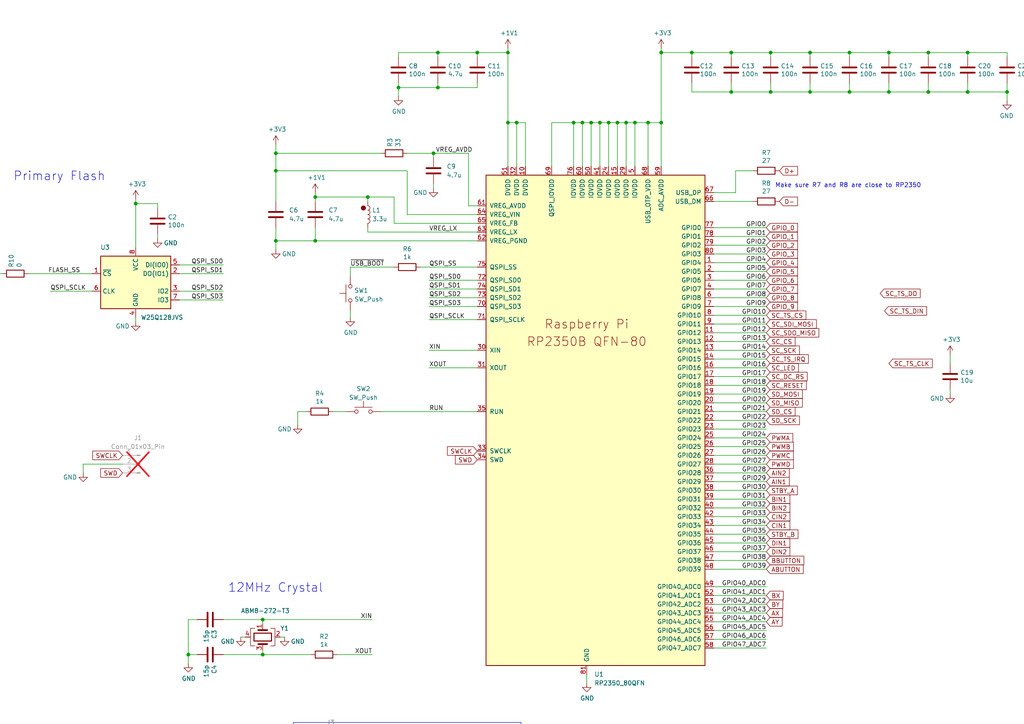
<source format=kicad_sch>
(kicad_sch (version 20231120) (generator "eeschema") (generator_version "8.0")
  (paper "A4")
  (junction (at 222.25 238.76))
  (junction (at 91.44 69.85))
  (junction (at 177.8 240.03))
  (junction (at 269.24 15.24))
  (junction (at 80.01 69.85))
  (junction (at 177.8 232.41))
  (junction (at 71.12 224.79))
  (junction (at 191.77 35.56))
  (junction (at 222.25 241.3))
  (junction (at 177.8 229.87))
  (junction (at 166.37 35.56))
  (junction (at 292.1 26.67))
  (junction (at 147.32 35.56))
  (junction (at 71.12 227.33))
  (junction (at 127 25.4))
  (junction (at 222.25 243.84))
  (junction (at 191.77 15.24))
  (junction (at 168.91 35.56))
  (junction (at 71.12 229.87))
  (junction (at 234.95 226.06))
  (junction (at 222.25 246.38))
  (junction (at 177.8 237.49))
  (junction (at 54.61 189.865))
  (junction (at 234.95 246.38))
  (junction (at 223.52 26.67))
  (junction (at 234.95 26.67))
  (junction (at 177.8 234.95))
  (junction (at 71.12 232.41))
  (junction (at 181.61 35.56))
  (junction (at 71.12 242.57))
  (junction (at 234.95 243.84))
  (junction (at 127 15.24))
  (junction (at 179.07 35.56))
  (junction (at 200.66 15.24))
  (junction (at 280.67 26.67))
  (junction (at 71.12 252.73))
  (junction (at 80.01 44.45))
  (junction (at 222.25 231.14))
  (junction (at 71.12 255.27))
  (junction (at 71.12 245.11))
  (junction (at 257.81 26.67))
  (junction (at 176.53 35.56))
  (junction (at 212.09 15.24))
  (junction (at 39.37 59.055))
  (junction (at 171.45 35.56))
  (junction (at 71.12 234.95))
  (junction (at 234.95 15.24))
  (junction (at 125.73 44.45))
  (junction (at 71.12 240.03))
  (junction (at 177.8 242.57))
  (junction (at 147.32 15.24))
  (junction (at 222.25 228.6))
  (junction (at 184.15 35.56))
  (junction (at 234.95 241.3))
  (junction (at 269.24 26.67))
  (junction (at 280.67 15.24))
  (junction (at 234.95 238.76))
  (junction (at 76.2 179.705))
  (junction (at 71.12 250.19))
  (junction (at 138.43 15.24))
  (junction (at 212.09 26.67))
  (junction (at 76.2 189.865))
  (junction (at 234.95 228.6))
  (junction (at 177.8 245.11))
  (junction (at 246.38 15.24))
  (junction (at 177.8 224.79))
  (junction (at 106.68 57.15))
  (junction (at 234.95 231.14))
  (junction (at 222.25 226.06))
  (junction (at 246.38 26.67))
  (junction (at 71.12 247.65))
  (junction (at 234.95 223.52))
  (junction (at 149.86 35.56))
  (junction (at 257.81 15.24))
  (junction (at 187.96 35.56))
  (junction (at 91.44 57.15))
  (junction (at 71.12 237.49))
  (junction (at 222.25 236.22))
  (junction (at 223.52 15.24))
  (junction (at 173.99 35.56))
  (junction (at 222.25 233.68))
  (junction (at 115.57 25.4))
  (junction (at 177.8 227.33))
  (junction (at 80.01 49.53))
  (wire (pts (xy 191.77 242.57) (xy 204.47 242.57)))
  (wire (pts (xy 207.01 93.98) (xy 222.25 93.98)))
  (wire (pts (xy 80.01 66.04) (xy 80.01 69.85)))
  (wire (pts (xy 234.95 226.06) (xy 234.95 228.6)))
  (wire (pts (xy 113.03 219.71) (xy 100.33 219.71)))
  (wire (pts (xy 207.01 86.36) (xy 222.25 86.36)))
  (wire (pts (xy 127 15.24) (xy 138.43 15.24)))
  (wire (pts (xy 80.01 49.53) (xy 118.11 49.53)))
  (wire (pts (xy 177.8 224.79) (xy 177.8 227.33)))
  (wire (pts (xy 246.38 16.51) (xy 246.38 15.24)))
  (wire (pts (xy 246.38 24.13) (xy 246.38 26.67)))
  (wire (pts (xy 207.01 83.82) (xy 222.25 83.82)))
  (wire (pts (xy 80.01 69.85) (xy 80.01 72.39)))
  (wire (pts (xy 177.8 227.33) (xy 177.8 229.87)))
  (wire (pts (xy 200.66 15.24) (xy 212.09 15.24)))
  (wire (pts (xy 179.07 35.56) (xy 181.61 35.56)))
  (wire (pts (xy 127 16.51) (xy 127 15.24)))
  (wire (pts (xy 138.43 92.71) (xy 124.46 92.71)))
  (wire (pts (xy 127 25.4) (xy 138.43 25.4)))
  (wire (pts (xy 115.57 24.13) (xy 115.57 25.4)))
  (wire (pts (xy 207.01 55.88) (xy 213.36 55.88)))
  (wire (pts (xy 207.01 187.96) (xy 222.25 187.96)))
  (wire (pts (xy 177.8 232.41) (xy 177.8 234.95)))
  (wire (pts (xy 207.01 185.42) (xy 222.25 185.42)))
  (wire (pts (xy 257.81 16.51) (xy 257.81 15.24)))
  (wire (pts (xy 177.8 240.03) (xy 177.8 242.57)))
  (wire (pts (xy 207.01 172.72) (xy 222.25 172.72)))
  (wire (pts (xy 64.77 189.865) (xy 76.2 189.865)))
  (wire (pts (xy 114.3 57.15) (xy 106.68 57.15)))
  (wire (pts (xy 234.95 16.51) (xy 234.95 15.24)))
  (wire (pts (xy 118.11 44.45) (xy 125.73 44.45)))
  (wire (pts (xy 71.12 245.11) (xy 71.12 247.65)))
  (wire (pts (xy 80.01 44.45) (xy 110.49 44.45)))
  (wire (pts (xy 234.95 24.13) (xy 234.95 26.67)))
  (wire (pts (xy 125.73 44.45) (xy 135.89 44.45)))
  (wire (pts (xy 207.01 66.04) (xy 222.25 66.04)))
  (wire (pts (xy 207.01 152.4) (xy 222.25 152.4)))
  (wire (pts (xy 171.45 48.26) (xy 171.45 35.56)))
  (wire (pts (xy 207.01 139.7) (xy 222.25 139.7)))
  (wire (pts (xy 191.77 35.56) (xy 191.77 48.26)))
  (wire (pts (xy 101.6 77.47) (xy 101.6 80.01)))
  (wire (pts (xy 184.15 35.56) (xy 184.15 48.26)))
  (wire (pts (xy 160.02 48.26) (xy 160.02 35.56)))
  (wire (pts (xy 177.8 229.87) (xy 177.8 232.41)))
  (wire (pts (xy 39.37 57.785) (xy 39.37 59.055)))
  (wire (pts (xy 234.95 223.52) (xy 234.95 226.06)))
  (wire (pts (xy 24.13 134.62) (xy 24.13 137.16)))
  (wire (pts (xy 234.95 238.76) (xy 234.95 241.3)))
  (wire (pts (xy 269.24 15.24) (xy 280.67 15.24)))
  (wire (pts (xy 280.67 26.67) (xy 269.24 26.67)))
  (wire (pts (xy 173.99 35.56) (xy 176.53 35.56)))
  (wire (pts (xy 207.01 114.3) (xy 222.25 114.3)))
  (wire (pts (xy 246.38 26.67) (xy 234.95 26.67)))
  (wire (pts (xy 280.67 24.13) (xy 280.67 26.67)))
  (wire (pts (xy 147.32 15.24) (xy 147.32 35.56)))
  (wire (pts (xy 168.91 35.56) (xy 171.45 35.56)))
  (wire (pts (xy 118.11 49.53) (xy 118.11 62.23)))
  (wire (pts (xy 222.25 233.68) (xy 222.25 236.22)))
  (wire (pts (xy 222.25 243.84) (xy 222.25 246.38)))
  (wire (pts (xy 207.01 96.52) (xy 222.25 96.52)))
  (wire (pts (xy 173.99 48.26) (xy 173.99 35.56)))
  (wire (pts (xy 81.28 184.785) (xy 82.55 184.785)))
  (wire (pts (xy 191.77 227.33) (xy 204.47 227.33)))
  (wire (pts (xy 171.45 35.56) (xy 173.99 35.56)))
  (wire (pts (xy 71.12 222.25) (xy 71.12 224.79)))
  (wire (pts (xy 234.95 228.6) (xy 234.95 231.14)))
  (wire (pts (xy 207.01 134.62) (xy 222.25 134.62)))
  (wire (pts (xy 88.9 119.38) (xy 86.36 119.38)))
  (wire (pts (xy 222.25 223.52) (xy 222.25 226.06)))
  (wire (pts (xy 246.38 15.24) (xy 257.81 15.24)))
  (wire (pts (xy 212.09 15.24) (xy 223.52 15.24)))
  (wire (pts (xy 80.01 69.85) (xy 91.44 69.85)))
  (wire (pts (xy 207.01 111.76) (xy 222.25 111.76)))
  (wire (pts (xy 71.12 242.57) (xy 71.12 245.11)))
  (wire (pts (xy 106.68 67.31) (xy 138.43 67.31)))
  (wire (pts (xy 177.8 242.57) (xy 177.8 245.11)))
  (wire (pts (xy 212.09 24.13) (xy 212.09 26.67)))
  (wire (pts (xy 57.15 189.865) (xy 54.61 189.865)))
  (wire (pts (xy 207.01 88.9) (xy 222.25 88.9)))
  (wire (pts (xy 207.01 137.16) (xy 222.25 137.16)))
  (wire (pts (xy 52.07 86.995) (xy 64.77 86.995)))
  (wire (pts (xy 91.44 55.88) (xy 91.44 57.15)))
  (wire (pts (xy 121.92 77.47) (xy 138.43 77.47)))
  (wire (pts (xy 115.57 16.51) (xy 115.57 15.24)))
  (wire (pts (xy 125.73 54.61) (xy 125.73 53.34)))
  (wire (pts (xy 106.68 67.31) (xy 106.68 66.04)))
  (wire (pts (xy 125.73 44.45) (xy 125.73 45.72)))
  (wire (pts (xy 181.61 35.56) (xy 184.15 35.56)))
  (wire (pts (xy 222.25 246.38) (xy 223.52 246.38)))
  (wire (pts (xy 207.01 147.32) (xy 222.25 147.32)))
  (wire (pts (xy 54.61 189.865) (xy 54.61 192.405)))
  (wire (pts (xy 39.37 92.075) (xy 39.37 93.345)))
  (wire (pts (xy 207.01 109.22) (xy 222.25 109.22)))
  (wire (pts (xy 71.12 224.79) (xy 71.12 227.33)))
  (wire (pts (xy 147.32 35.56) (xy 147.32 48.26)))
  (wire (pts (xy 114.3 64.77) (xy 114.3 57.15)))
  (wire (pts (xy 207.01 157.48) (xy 222.25 157.48)))
  (wire (pts (xy 69.85 184.785) (xy 71.12 184.785)))
  (wire (pts (xy 207.01 170.18) (xy 222.25 170.18)))
  (wire (pts (xy 207.01 71.12) (xy 222.25 71.12)))
  (wire (pts (xy 207.01 129.54) (xy 222.25 129.54)))
  (wire (pts (xy 191.77 232.41) (xy 204.47 232.41)))
  (wire (pts (xy 207.01 78.74) (xy 222.25 78.74)))
  (wire (pts (xy 39.37 59.055) (xy 39.37 71.755)))
  (wire (pts (xy 100.33 224.79) (xy 115.57 224.79)))
  (wire (pts (xy 191.77 224.79) (xy 204.47 224.79)))
  (wire (pts (xy 115.57 25.4) (xy 115.57 27.94)))
  (wire (pts (xy 176.53 35.56) (xy 179.07 35.56)))
  (wire (pts (xy 207.01 81.28) (xy 222.25 81.28)))
  (wire (pts (xy 127 24.13) (xy 127 25.4)))
  (wire (pts (xy 280.67 15.24) (xy 292.1 15.24)))
  (wire (pts (xy 223.52 16.51) (xy 223.52 15.24)))
  (wire (pts (xy 64.77 179.705) (xy 76.2 179.705)))
  (wire (pts (xy 52.07 84.455) (xy 64.77 84.455)))
  (wire (pts (xy 124.46 101.6) (xy 138.43 101.6)))
  (wire (pts (xy 222.25 238.76) (xy 222.25 241.3)))
  (wire (pts (xy 170.18 195.58) (xy 170.18 198.12)))
  (wire (pts (xy 191.77 240.03) (xy 204.47 240.03)))
  (wire (pts (xy 124.46 86.36) (xy 138.43 86.36)))
  (wire (pts (xy 71.12 234.95) (xy 71.12 237.49)))
  (wire (pts (xy 54.61 179.705) (xy 54.61 189.865)))
  (wire (pts (xy 152.4 35.56) (xy 152.4 48.26)))
  (wire (pts (xy 177.8 222.25) (xy 177.8 224.79)))
  (wire (pts (xy 166.37 48.26) (xy 166.37 35.56)))
  (wire (pts (xy 234.95 241.3) (xy 234.95 243.84)))
  (wire (pts (xy 222.25 236.22) (xy 222.25 238.76)))
  (wire (pts (xy 115.57 15.24) (xy 127 15.24)))
  (wire (pts (xy 207.01 106.68) (xy 222.25 106.68)))
  (wire (pts (xy 14.605 84.455) (xy 26.67 84.455)))
  (wire (pts (xy 45.72 59.055) (xy 39.37 59.055)))
  (wire (pts (xy 207.01 144.78) (xy 222.25 144.78)))
  (wire (pts (xy 292.1 16.51) (xy 292.1 15.24)))
  (wire (pts (xy 124.46 81.28) (xy 138.43 81.28)))
  (wire (pts (xy 191.77 229.87) (xy 204.47 229.87)))
  (wire (pts (xy 213.36 49.53) (xy 213.36 55.88)))
  (wire (pts (xy 269.24 24.13) (xy 269.24 26.67)))
  (wire (pts (xy 191.77 13.97) (xy 191.77 15.24)))
  (wire (pts (xy 269.24 16.51) (xy 269.24 15.24)))
  (wire (pts (xy 124.46 83.82) (xy 138.43 83.82)))
  (wire (pts (xy 191.77 245.11) (xy 204.47 245.11)))
  (wire (pts (xy 124.46 88.9) (xy 138.43 88.9)))
  (wire (pts (xy 76.2 188.595) (xy 76.2 189.865)))
  (wire (pts (xy 280.67 16.51) (xy 280.67 15.24)))
  (wire (pts (xy 71.12 227.33) (xy 71.12 229.87)))
  (wire (pts (xy 223.52 15.24) (xy 234.95 15.24)))
  (wire (pts (xy 96.52 119.38) (xy 100.33 119.38)))
  (wire (pts (xy 292.1 26.67) (xy 280.67 26.67)))
  (wire (pts (xy 222.25 226.06) (xy 222.25 228.6)))
  (wire (pts (xy 45.72 60.325) (xy 45.72 59.055)))
  (wire (pts (xy 207.01 124.46) (xy 222.25 124.46)))
  (wire (pts (xy 275.59 102.87) (xy 275.59 105.41)))
  (wire (pts (xy 138.43 15.24) (xy 147.32 15.24)))
  (wire (pts (xy 257.81 15.24) (xy 269.24 15.24)))
  (wire (pts (xy 91.44 69.85) (xy 138.43 69.85)))
  (wire (pts (xy 269.24 26.67) (xy 257.81 26.67)))
  (wire (pts (xy 207.01 175.26) (xy 222.25 175.26)))
  (wire (pts (xy 35.56 134.62) (xy 24.13 134.62)))
  (wire (pts (xy 191.77 15.24) (xy 200.66 15.24)))
  (wire (pts (xy 91.44 66.04) (xy 91.44 69.85)))
  (wire (pts (xy 135.89 44.45) (xy 135.89 59.69)))
  (wire (pts (xy 71.12 232.41) (xy 71.12 234.95)))
  (wire (pts (xy 191.77 237.49) (xy 204.47 237.49)))
  (wire (pts (xy 257.81 24.13) (xy 257.81 26.67)))
  (wire (pts (xy 213.36 49.53) (xy 218.44 49.53)))
  (wire (pts (xy 71.12 252.73) (xy 71.12 255.27)))
  (wire (pts (xy 207.01 177.8) (xy 222.25 177.8)))
  (wire (pts (xy 207.01 116.84) (xy 222.25 116.84)))
  (wire (pts (xy 114.3 77.47) (xy 101.6 77.47)))
  (wire (pts (xy 149.86 35.56) (xy 152.4 35.56)))
  (wire (pts (xy 76.2 189.865) (xy 90.17 189.865)))
  (wire (pts (xy 71.12 247.65) (xy 71.12 250.19)))
  (wire (pts (xy 135.89 59.69) (xy 138.43 59.69)))
  (wire (pts (xy 191.77 222.25) (xy 204.47 222.25)))
  (wire (pts (xy 168.91 48.26) (xy 168.91 35.56)))
  (wire (pts (xy 101.6 90.17) (xy 101.6 92.075)))
  (wire (pts (xy 191.77 234.95) (xy 204.47 234.95)))
  (wire (pts (xy 223.52 24.13) (xy 223.52 26.67)))
  (wire (pts (xy 57.15 179.705) (xy 54.61 179.705)))
  (wire (pts (xy 177.8 234.95) (xy 177.8 237.49)))
  (wire (pts (xy 207.01 165.1) (xy 222.25 165.1)))
  (wire (pts (xy 222.25 241.3) (xy 222.25 243.84)))
  (wire (pts (xy 207.01 127) (xy 222.25 127)))
  (wire (pts (xy 181.61 48.26) (xy 181.61 35.56)))
  (wire (pts (xy 71.12 237.49) (xy 71.12 240.03)))
  (wire (pts (xy 147.32 13.97) (xy 147.32 15.24)))
  (wire (pts (xy 80.01 44.45) (xy 80.01 49.53)))
  (wire (pts (xy 207.01 121.92) (xy 222.25 121.92)))
  (wire (pts (xy 91.44 57.15) (xy 106.68 57.15)))
  (wire (pts (xy 187.96 48.26) (xy 187.96 35.56)))
  (wire (pts (xy 292.1 26.67) (xy 292.1 29.21)))
  (wire (pts (xy 187.96 35.56) (xy 191.77 35.56)))
  (wire (pts (xy 184.15 35.56) (xy 187.96 35.56)))
  (wire (pts (xy 207.01 149.86) (xy 222.25 149.86)))
  (wire (pts (xy 223.52 26.67) (xy 212.09 26.67)))
  (wire (pts (xy 234.95 26.67) (xy 223.52 26.67)))
  (wire (pts (xy 100.33 217.17) (xy 113.03 217.17)))
  (wire (pts (xy 76.2 179.705) (xy 107.95 179.705)))
  (wire (pts (xy 222.25 231.14) (xy 222.25 233.68)))
  (wire (pts (xy 71.12 250.19) (xy 71.12 252.73)))
  (wire (pts (xy 207.01 91.44) (xy 222.25 91.44)))
  (wire (pts (xy 80.01 41.91) (xy 80.01 44.45)))
  (wire (pts (xy 234.95 243.84) (xy 234.95 246.38)))
  (wire (pts (xy 106.68 57.15) (xy 106.68 58.42)))
  (wire (pts (xy 166.37 35.56) (xy 168.91 35.56)))
  (wire (pts (xy 207.01 160.02) (xy 222.25 160.02)))
  (wire (pts (xy 176.53 48.26) (xy 176.53 35.56)))
  (wire (pts (xy 207.01 162.56) (xy 222.25 162.56)))
  (wire (pts (xy 200.66 16.51) (xy 200.66 15.24)))
  (wire (pts (xy 71.12 229.87) (xy 71.12 232.41)))
  (wire (pts (xy 207.01 142.24) (xy 222.25 142.24)))
  (wire (pts (xy 207.01 132.08) (xy 222.25 132.08)))
  (wire (pts (xy 138.43 16.51) (xy 138.43 15.24)))
  (wire (pts (xy 207.01 73.66) (xy 222.25 73.66)))
  (wire (pts (xy 207.01 104.14) (xy 222.25 104.14)))
  (wire (pts (xy 207.01 119.38) (xy 222.25 119.38)))
  (wire (pts (xy 257.81 26.67) (xy 246.38 26.67)))
  (wire (pts (xy 207.01 76.2) (xy 222.25 76.2)))
  (wire (pts (xy 115.57 25.4) (xy 127 25.4)))
  (wire (pts (xy 160.02 35.56) (xy 166.37 35.56)))
  (wire (pts (xy 8.255 79.375) (xy 26.67 79.375)))
  (wire (pts (xy 207.01 154.94) (xy 222.25 154.94)))
  (wire (pts (xy 118.11 62.23) (xy 138.43 62.23)))
  (wire (pts (xy 149.86 35.56) (xy 147.32 35.56)))
  (wire (pts (xy 179.07 35.56) (xy 179.07 48.26)))
  (wire (pts (xy 138.43 64.77) (xy 114.3 64.77)))
  (wire (pts (xy 212.09 16.51) (xy 212.09 15.24)))
  (wire (pts (xy 222.25 228.6) (xy 222.25 231.14)))
  (wire (pts (xy 207.01 58.42) (xy 218.44 58.42)))
  (wire (pts (xy 212.09 26.67) (xy 200.66 26.67)))
  (wire (pts (xy 86.36 119.38) (xy 86.36 123.19)))
  (wire (pts (xy 200.66 24.13) (xy 200.66 26.67)))
  (wire (pts (xy 76.2 180.975) (xy 76.2 179.705)))
  (wire (pts (xy 191.77 15.24) (xy 191.77 35.56)))
  (wire (pts (xy 91.44 58.42) (xy 91.44 57.15)))
  (wire (pts (xy 207.01 99.06) (xy 222.25 99.06)))
  (wire (pts (xy 207.01 68.58) (xy 222.25 68.58)))
  (wire (pts (xy 207.01 180.34) (xy 222.25 180.34)))
  (wire (pts (xy 177.8 237.49) (xy 177.8 240.03)))
  (wire (pts (xy 275.59 113.03) (xy 275.59 114.3)))
  (wire (pts (xy 234.95 236.22) (xy 234.95 238.76)))
  (wire (pts (xy 97.79 189.865) (xy 107.95 189.865)))
  (wire (pts (xy 207.01 182.88) (xy 222.25 182.88)))
  (wire (pts (xy 52.07 76.835) (xy 64.77 76.835)))
  (wire (pts (xy 234.95 15.24) (xy 246.38 15.24)))
  (wire (pts (xy 138.43 106.68) (xy 124.46 106.68)))
  (wire (pts (xy -9.525 79.375) (xy 0.635 79.375)))
  (wire (pts (xy 71.12 240.03) (xy 71.12 242.57)))
  (wire (pts (xy 52.07 79.375) (xy 64.77 79.375)))
  (wire (pts (xy 234.95 231.14) (xy 234.95 233.68)))
  (wire (pts (xy 138.43 25.4) (xy 138.43 24.13)))
  (wire (pts (xy 80.01 49.53) (xy 80.01 58.42)))
  (wire (pts (xy 149.86 48.26) (xy 149.86 35.56)))
  (wire (pts (xy 110.49 119.38) (xy 138.43 119.38)))
  (wire (pts (xy 292.1 24.13) (xy 292.1 26.67)))
  (wire (pts (xy 45.72 67.945) (xy 45.72 69.215)))
  (wire (pts (xy 207.01 101.6) (xy 222.25 101.6)))
  (circle (center 105.41 60.325) (radius 0.635) (stroke (width 0) (color 132 0 0 1)) (fill (type color) (color 132 0 0 1)))
  (text_box "Screen breakout header" (at 10.16 217.17 0) (size 69.85 46.99) (effects (font (size 1.27 1.27)) (justify left top)))
  (text_box "Expansion header" (at 185.42 210.82 0) (size 25.4 53.34) (effects (font (size 1.27 1.27)) (justify left top)))
  (text_box "Expansion header" (at 210.82 210.82 0) (size 40.64 53.34) (effects (font (size 1.27 1.27)) (justify left top)))
  (text_box "Screen header" (at 85.09 209.55 0) (size 66.04 53.34) (effects (font (size 1.27 1.27)) (justify left top)))
  (text_box "Spare GPIO" (at 153.67 210.82 0) (size 31.75 53.34) (effects (font (size 1.27 1.27)) (justify left top)))
  (text "12MHz Crystal" (at 66.04 172.085 0) (effects (font (size 2.54 2.54)) (justify left bottom)))
  (text "Primary Flash" (at 3.81 52.705 0) (effects (font (size 2.54 2.54)) (justify left bottom)))
  (text "Make sure R7 and R8 are close to RP2350\n" (at 224.79 54.61 0) (effects (font (size 1.27 1.27)) (justify left bottom)))
  (label "XIN" (at 124.46 101.6 0))
  (label "GPIO33" (at 222.25 149.86 180))
  (label "GPIO40_ADC0" (at 222.25 170.18 180))
  (label "GPIO32" (at 222.25 147.32 180))
  (label "GPIO45_ADC5" (at 222.25 182.88 180))
  (label "GPIO41_ADC1" (at 222.25 172.72 180))
  (label "XOUT" (at 124.46 106.68 0))
  (label "GPIO18" (at 222.25 111.76 180))
  (label "~{USB_BOOT}" (at 101.6 77.47 0))
  (label "GPIO12" (at 222.25 96.52 180))
  (label "GPIO8" (at 222.25 86.36 180))
  (label "QSPI_SD2" (at 64.77 84.455 180))
  (label "GPIO3" (at 222.25 73.66 180))
  (label "GPIO25" (at 222.25 129.54 180))
  (label "GPIO13" (at 222.25 99.06 180))
  (label "GPIO36" (at 222.25 157.48 180))
  (label "GPIO2" (at 222.25 71.12 180))
  (label "XIN" (at 107.95 179.705 180))
  (label "GPIO38" (at 222.25 162.56 180))
  (label "RUN" (at 124.46 119.38 0))
  (label "GPIO16" (at 222.25 106.68 180))
  (label "QSPI_SD0" (at 124.46 81.28 0))
  (label "GPIO5" (at 222.25 78.74 180))
  (label "QSPI_SD0" (at 64.77 76.835 180))
  (label "GPIO43_ADC3" (at 222.25 177.8 180))
  (label "QSPI_SS" (at 124.46 77.47 0))
  (label "GPIO1" (at 222.25 68.58 180))
  (label "GPIO21" (at 222.25 119.38 180))
  (label "GPIO35" (at 222.25 154.94 180))
  (label "GPIO37" (at 222.25 160.02 180))
  (label "GPIO20" (at 222.25 116.84 180))
  (label "GPIO7" (at 222.25 83.82 180))
  (label "QSPI_SD3" (at 64.77 86.995 180))
  (label "XOUT" (at 107.95 189.865 180))
  (label "GPIO17" (at 222.25 109.22 180))
  (label "GPIO47_ADC7" (at 222.25 187.96 180))
  (label "GPIO39" (at 222.25 165.1 180))
  (label "QSPI_SS" (at -9.525 79.375 0))
  (label "GPIO29" (at 222.25 139.7 180))
  (label "QSPI_SD2" (at 124.46 86.36 0))
  (label "FLASH_SS" (at 13.97 79.375 0))
  (label "VREG_LX" (at 124.46 67.31 0))
  (label "GPIO6" (at 222.25 81.28 180))
  (label "GPIO42_ADC2" (at 222.25 175.26 180))
  (label "GPIO31" (at 222.25 144.78 180))
  (label "GPIO10" (at 222.25 91.44 180))
  (label "GPIO28" (at 222.25 137.16 180))
  (label "GPIO0" (at 222.25 66.04 180))
  (label "GPIO14" (at 222.25 101.6 180))
  (label "VREG_AVDD" (at 126.365 44.45 0))
  (label "GPIO23" (at 222.25 124.46 180))
  (label "GPIO15" (at 222.25 104.14 180))
  (label "GPIO9" (at 222.25 88.9 180))
  (label "GPIO27" (at 222.25 134.62 180))
  (label "QSPI_SD1" (at 124.46 83.82 0))
  (label "GPIO44_ADC4" (at 222.25 180.34 180))
  (label "GPIO30" (at 222.25 142.24 180))
  (label "QSPI_SCLK" (at 124.46 92.71 0))
  (label "QSPI_SCLK" (at 14.605 84.455 0))
  (label "GPIO34" (at 222.25 152.4 180))
  (label "GPIO22" (at 222.25 121.92 180))
  (label "GPIO46_ADC6" (at 222.25 185.42 180))
  (label "GPIO11" (at 222.25 93.98 180))
  (label "QSPI_SD1" (at 64.77 79.375 180))
  (label "GPIO24" (at 222.25 127 180))
  (label "GPIO4" (at 222.25 76.2 180))
  (label "QSPI_SD3" (at 124.46 88.9 0))
  (label "GPIO19" (at 222.25 114.3 180))
  (label "GPIO26" (at 222.25 132.08 180))
  (global_label "SD_CS" (shape input) (at 133.35 251.46 0) (property "Intersheetrefs" "${INTERSHEET_REFS}" (effects (hide yes))))
  (global_label "SD_MOSI" (shape input) (at 222.25 114.3 0) (property "Intersheetrefs" "${INTERSHEET_REFS}" (effects (hide yes))))
  (global_label "GPIO_8" (shape input) (at 165.1 242.57 180) (property "Intersheetrefs" "${INTERSHEET_REFS}" (effects (hide yes))))
  (global_label "SD_CS" (shape input) (at 222.25 119.38 0) (property "Intersheetrefs" "${INTERSHEET_REFS}" (effects (hide yes))))
  (global_label "SC_SDO_MISO" (shape input) (at 113.03 217.17 0) (property "Intersheetrefs" "${INTERSHEET_REFS}" (effects (hide yes))))
  (global_label "BY" (shape input) (at 222.25 175.26 0) (property "Intersheetrefs" "${INTERSHEET_REFS}" (effects (hide yes))))
  (global_label "GPIO_2" (shape input) (at 222.25 71.12 0) (property "Intersheetrefs" "${INTERSHEET_REFS}" (effects (hide yes))))
  (global_label "SC_DC_RS" (shape input) (at 100.33 237.49 0) (property "Intersheetrefs" "${INTERSHEET_REFS}" (effects (hide yes))))
  (global_label "SC_LED" (shape input) (at 222.25 106.68 0) (property "Intersheetrefs" "${INTERSHEET_REFS}" (effects (hide yes))))
  (global_label "SD_SCK" (shape input) (at 222.25 121.92 0) (property "Intersheetrefs" "${INTERSHEET_REFS}" (effects (hide yes))))
  (global_label "SC_TS_CLK" (shape input) (at 257.81 105.41 0) (property "Intersheetrefs" "${INTERSHEET_REFS}" (effects (hide yes))))
  (global_label "SWD" (shape input) (at 35.56 137.16 180) (property "Intersheetrefs" "${INTERSHEET_REFS}" (effects (hide yes))))
  (global_label "ABUTTON" (shape input) (at 222.25 165.1 0) (property "Intersheetrefs" "${INTERSHEET_REFS}" (effects (hide yes))))
  (global_label "GPIO_4" (shape input) (at 222.25 76.2 0) (property "Intersheetrefs" "${INTERSHEET_REFS}" (effects (hide yes))))
  (global_label "SC_CS" (shape input) (at 100.33 242.57 0) (property "Intersheetrefs" "${INTERSHEET_REFS}" (effects (hide yes))))
  (global_label "SC_RESET" (shape input) (at 58.42 247.65 180) (property "Intersheetrefs" "${INTERSHEET_REFS}" (effects (hide yes))))
  (global_label "SC_RESET" (shape input) (at 222.25 111.76 0) (property "Intersheetrefs" "${INTERSHEET_REFS}" (effects (hide yes))))
  (global_label "SC_TS_IRQ" (shape input) (at 100.33 214.63 0) (property "Intersheetrefs" "${INTERSHEET_REFS}" (effects (hide yes))))
  (global_label "SC_SDI_MOSI" (shape input) (at 58.42 242.57 180) (property "Intersheetrefs" "${INTERSHEET_REFS}" (effects (hide yes))))
  (global_label "SC_SCK" (shape input) (at 58.42 232.41 180) (property "Intersheetrefs" "${INTERSHEET_REFS}" (effects (hide yes))))
  (global_label "SC_SDO_MISO" (shape input) (at 222.25 96.52 0) (property "Intersheetrefs" "${INTERSHEET_REFS}" (effects (hide yes))))
  (global_label "SC_SDI_MOSI" (shape input) (at 222.25 93.98 0) (property "Intersheetrefs" "${INTERSHEET_REFS}" (effects (hide yes))))
  (global_label "DIN1" (shape input) (at 222.25 157.48 0) (property "Intersheetrefs" "${INTERSHEET_REFS}" (effects (hide yes))))
  (global_label "SC_SDO_MISO" (shape input) (at 58.42 234.95 180) (property "Intersheetrefs" "${INTERSHEET_REFS}" (effects (hide yes))))
  (global_label "STBY_A" (shape input) (at 222.25 142.24 0) (property "Intersheetrefs" "${INTERSHEET_REFS}" (effects (hide yes))))
  (global_label "SWD" (shape input) (at 138.43 133.35 180) (property "Intersheetrefs" "${INTERSHEET_REFS}" (effects (hide yes))))
  (global_label "D+" (shape input) (at 226.06 49.53 0) (property "Intersheetrefs" "${INTERSHEET_REFS}" (effects (hide yes))))
  (global_label "SC_SCK" (shape input) (at 58.42 240.03 180) (property "Intersheetrefs" "${INTERSHEET_REFS}" (effects (hide yes))))
  (global_label "SC_RESET" (shape input) (at 100.33 240.03 0) (property "Intersheetrefs" "${INTERSHEET_REFS}" (effects (hide yes))))
  (global_label "D-" (shape input) (at 226.06 58.42 0) (property "Intersheetrefs" "${INTERSHEET_REFS}" (effects (hide yes))))
  (global_label "SC_TS_DIN" (shape input) (at 133.35 219.71 0) (property "Intersheetrefs" "${INTERSHEET_REFS}" (effects (hide yes))))
  (global_label "GPIO_3" (shape input) (at 222.25 73.66 0) (property "Intersheetrefs" "${INTERSHEET_REFS}" (effects (hide yes))))
  (global_label "GPIO_3" (shape input) (at 165.1 229.87 180) (property "Intersheetrefs" "${INTERSHEET_REFS}" (effects (hide yes))))
  (global_label "SC_SDI_MOSI" (shape input) (at 113.03 219.71 0) (property "Intersheetrefs" "${INTERSHEET_REFS}" (effects (hide yes))))
  (global_label "GPIO_0" (shape input) (at 165.1 222.25 180) (property "Intersheetrefs" "${INTERSHEET_REFS}" (effects (hide yes))))
  (global_label "AIN1" (shape input) (at 222.25 139.7 0) (property "Intersheetrefs" "${INTERSHEET_REFS}" (effects (hide yes))))
  (global_label "SC_CS" (shape input) (at 222.25 99.06 0) (property "Intersheetrefs" "${INTERSHEET_REFS}" (effects (hide yes))))
  (global_label "SC_DC_RS" (shape input) (at 58.42 245.11 180) (property "Intersheetrefs" "${INTERSHEET_REFS}" (effects (hide yes))))
  (global_label "DIN2" (shape input) (at 222.25 160.02 0) (property "Intersheetrefs" "${INTERSHEET_REFS}" (effects (hide yes))))
  (global_label "GPIO_2" (shape input) (at 165.1 227.33 180) (property "Intersheetrefs" "${INTERSHEET_REFS}" (effects (hide yes))))
  (global_label "BIN1" (shape input) (at 222.25 144.78 0) (property "Intersheetrefs" "${INTERSHEET_REFS}" (effects (hide yes))))
  (global_label "SC_SCK" (shape input) (at 115.57 224.79 0) (property "Intersheetrefs" "${INTERSHEET_REFS}" (effects (hide yes))))
  (global_label "GPIO_1" (shape input) (at 222.25 68.58 0) (property "Intersheetrefs" "${INTERSHEET_REFS}" (effects (hide yes))))
  (global_label "GPIO_5" (shape input) (at 165.1 234.95 180) (property "Intersheetrefs" "${INTERSHEET_REFS}" (effects (hide yes))))
  (global_label "SD_MOSI" (shape input) (at 133.35 248.92 0) (property "Intersheetrefs" "${INTERSHEET_REFS}" (effects (hide yes))))
  (global_label "CIN1" (shape input) (at 222.25 152.4 0) (property "Intersheetrefs" "${INTERSHEET_REFS}" (effects (hide yes))))
  (global_label "GPIO_9" (shape input) (at 165.1 245.11 180) (property "Intersheetrefs" "${INTERSHEET_REFS}" (effects (hide yes))))
  (global_label "SC_SDO_MISO" (shape input) (at 100.33 227.33 0) (property "Intersheetrefs" "${INTERSHEET_REFS}" (effects (hide yes))))
  (global_label "STBY_B" (shape input) (at 222.25 154.94 0) (property "Intersheetrefs" "${INTERSHEET_REFS}" (effects (hide yes))))
  (global_label "GPIO_6" (shape input) (at 222.25 81.28 0) (property "Intersheetrefs" "${INTERSHEET_REFS}" (effects (hide yes))))
  (global_label "SC_TS_DO" (shape input) (at 255.27 85.09 0) (property "Intersheetrefs" "${INTERSHEET_REFS}" (effects (hide yes))))
  (global_label "GPIO_5" (shape input) (at 222.25 78.74 0) (property "Intersheetrefs" "${INTERSHEET_REFS}" (effects (hide yes))))
  (global_label "SC_TS_DIN" (shape input) (at 256.54 90.17 0) (property "Intersheetrefs" "${INTERSHEET_REFS}" (effects (hide yes))))
  (global_label "GPIO_7" (shape input) (at 222.25 83.82 0) (property "Intersheetrefs" "${INTERSHEET_REFS}" (effects (hide yes))))
  (global_label "SC_DC_RS" (shape input) (at 222.25 109.22 0) (property "Intersheetrefs" "${INTERSHEET_REFS}" (effects (hide yes))))
  (global_label "PWMC" (shape input) (at 222.25 132.08 0) (property "Intersheetrefs" "${INTERSHEET_REFS}" (effects (hide yes))))
  (global_label "GPIO_7" (shape input) (at 165.1 240.03 180) (property "Intersheetrefs" "${INTERSHEET_REFS}" (effects (hide yes))))
  (global_label "SC_TS_CS" (shape input) (at 222.25 91.44 0) (property "Intersheetrefs" "${INTERSHEET_REFS}" (effects (hide yes))))
  (global_label "SC_TS_CS" (shape input) (at 100.33 222.25 0) (property "Intersheetrefs" "${INTERSHEET_REFS}" (effects (hide yes))))
  (global_label "AIN2" (shape input) (at 222.25 137.16 0) (property "Intersheetrefs" "${INTERSHEET_REFS}" (effects (hide yes))))
  (global_label "SD_SCK" (shape input) (at 133.35 243.84 0) (property "Intersheetrefs" "${INTERSHEET_REFS}" (effects (hide yes))))
  (global_label "SC_TS_DO" (shape input) (at 133.35 217.17 0) (property "Intersheetrefs" "${INTERSHEET_REFS}" (effects (hide yes))))
  (global_label "SC_CS" (shape input) (at 58.42 250.19 180) (property "Intersheetrefs" "${INTERSHEET_REFS}" (effects (hide yes))))
  (global_label "PWMA" (shape input) (at 222.25 127 0) (property "Intersheetrefs" "${INTERSHEET_REFS}" (effects (hide yes))))
  (global_label "GPIO_6" (shape input) (at 165.1 237.49 180) (property "Intersheetrefs" "${INTERSHEET_REFS}" (effects (hide yes))))
  (global_label "SD_MISO" (shape input) (at 133.35 246.38 0) (property "Intersheetrefs" "${INTERSHEET_REFS}" (effects (hide yes))))
  (global_label "BBUTTON" (shape input) (at 222.25 162.56 0) (property "Intersheetrefs" "${INTERSHEET_REFS}" (effects (hide yes))))
  (global_label "GPIO_1" (shape input) (at 165.1 224.79 180) (property "Intersheetrefs" "${INTERSHEET_REFS}" (effects (hide yes))))
  (global_label "GPIO_0" (shape input) (at 222.25 66.04 0) (property "Intersheetrefs" "${INTERSHEET_REFS}" (effects (hide yes))))
  (global_label "PWMD" (shape input) (at 222.25 134.62 0) (property "Intersheetrefs" "${INTERSHEET_REFS}" (effects (hide yes))))
  (global_label "SC_SCK" (shape input) (at 100.33 232.41 0) (property "Intersheetrefs" "${INTERSHEET_REFS}" (effects (hide yes))))
  (global_label "PWMB" (shape input) (at 222.25 129.54 0) (property "Intersheetrefs" "${INTERSHEET_REFS}" (effects (hide yes))))
  (global_label "AY" (shape input) (at 222.25 180.34 0) (property "Intersheetrefs" "${INTERSHEET_REFS}" (effects (hide yes))))
  (global_label "SC_SCK" (shape input) (at 222.25 101.6 0) (property "Intersheetrefs" "${INTERSHEET_REFS}" (effects (hide yes))))
  (global_label "GPIO_9" (shape input) (at 222.25 88.9 0) (property "Intersheetrefs" "${INTERSHEET_REFS}" (effects (hide yes))))
  (global_label "SC_SDI_MOSI" (shape input) (at 100.33 234.95 0) (property "Intersheetrefs" "${INTERSHEET_REFS}" (effects (hide yes))))
  (global_label "SWCLK" (shape input) (at 138.43 130.81 180) (property "Intersheetrefs" "${INTERSHEET_REFS}" (effects (hide yes))))
  (global_label "SC_LED" (shape input) (at 58.42 237.49 180) (property "Intersheetrefs" "${INTERSHEET_REFS}" (effects (hide yes))))
  (global_label "SC_LED" (shape input) (at 100.33 229.87 0) (property "Intersheetrefs" "${INTERSHEET_REFS}" (effects (hide yes))))
  (global_label "SD_MISO" (shape input) (at 222.25 116.84 0) (property "Intersheetrefs" "${INTERSHEET_REFS}" (effects (hide yes))))
  (global_label "BX" (shape input) (at 222.25 172.72 0) (property "Intersheetrefs" "${INTERSHEET_REFS}" (effects (hide yes))))
  (global_label "SC_SDI_MOSI" (shape input) (at 58.42 227.33 180) (property "Intersheetrefs" "${INTERSHEET_REFS}" (effects (hide yes))))
  (global_label "CIN2" (shape input) (at 222.25 149.86 0) (property "Intersheetrefs" "${INTERSHEET_REFS}" (effects (hide yes))))
  (global_label "SC_TS_CLK" (shape input) (at 133.35 224.79 0) (property "Intersheetrefs" "${INTERSHEET_REFS}" (effects (hide yes))))
  (global_label "SC_SDO_MISO" (shape input) (at 58.42 224.79 180) (property "Intersheetrefs" "${INTERSHEET_REFS}" (effects (hide yes))))
  (global_label "BIN2" (shape input) (at 222.25 147.32 0) (property "Intersheetrefs" "${INTERSHEET_REFS}" (effects (hide yes))))
  (global_label "GPIO_8" (shape input) (at 222.25 86.36 0) (property "Intersheetrefs" "${INTERSHEET_REFS}" (effects (hide yes))))
  (global_label "SC_TS_CS" (shape input) (at 58.42 229.87 180) (property "Intersheetrefs" "${INTERSHEET_REFS}" (effects (hide yes))))
  (global_label "SWCLK" (shape input) (at 35.56 132.08 180) (property "Intersheetrefs" "${INTERSHEET_REFS}" (effects (hide yes))))
  (global_label "SC_TS_IRQ" (shape input) (at 58.42 222.25 180) (property "Intersheetrefs" "${INTERSHEET_REFS}" (effects (hide yes))))
  (global_label "SC_TS_IRQ" (shape input) (at 222.25 104.14 0) (property "Intersheetrefs" "${INTERSHEET_REFS}" (effects (hide yes))))
  (global_label "AX" (shape input) (at 222.25 177.8 0) (property "Intersheetrefs" "${INTERSHEET_REFS}" (effects (hide yes))))
  (global_label "GPIO_4" (shape input) (at 165.1 232.41 180) (property "Intersheetrefs" "${INTERSHEET_REFS}" (effects (hide yes))))
  (symbol (lib_id "Device:C") (at 60.96 179.705 270) (unit 1)
    (property "Reference" "C3" (at 62.1284 182.626 0) (effects (justify left)))
    (property "Value" "15p" (at 59.817 182.626 0) (effects (justify left)))
    (property "Footprint" "Capacitor_SMD:C_0402_1005Metric" (effects (hide yes)))
    (property "LCSC" "C326803" (effects (hide yes)))
    (instances (project "RP2350_80QFN_minimal" (path "" (reference "C3") (unit 1))) (project "" (path "" (reference "C12") (unit 1))))
  )
  (symbol (lib_id "Device:C") (at 60.96 189.865 270) (unit 1)
    (property "Reference" "C4" (at 62.1284 192.786 0) (effects (justify left)))
    (property "Value" "15p" (at 59.817 192.786 0) (effects (justify left)))
    (property "Footprint" "Capacitor_SMD:C_0402_1005Metric" (effects (hide yes)))
    (property "LCSC" "C326803" (effects (hide yes)))
    (instances (project "RP2350_80QFN_minimal" (path "" (reference "C4") (unit 1))) (project "" (path "" (reference "C13") (unit 1))))
  )
  (symbol (lib_id "power:GND") (at 54.61 192.405 0) (unit 1)
    (property "Reference" "#PWR08" (effects (hide yes)))
    (property "Value" "GND" (at 54.737 196.7992 0))
    (instances (project "RP2350_80QFN_minimal" (path "" (reference "#PWR08") (unit 1))) (project "" (path "" (reference "#PWR41") (unit 1))))
  )
  (symbol (lib_id "Memory_Flash:W25Q128JVS") (at 39.37 81.915 0) (unit 1)
    (property "Reference" "U3" (at 30.48 71.755 0))
    (property "Value" "W25Q128JVS" (at 46.99 92.075 0))
    (property "Footprint" "Package_SO:SOIC-8_5.23x5.23mm_P1.27mm" (effects (hide yes)))
    (property "Datasheet" "http://www.winbond.com/resource-files/w25q128jv_dtr%20revc%2003272018%20plus.pdf" (effects (hide yes)))
    (property "LCSC" "C97521" (effects (hide yes)))
  )
  (symbol (lib_id "power:+3V3") (at 39.37 57.785 0) (unit 1)
    (property "Reference" "#PWR04" (effects (hide yes)))
    (property "Value" "+3V3" (at 39.751 53.3908 0))
    (instances (project "RP2350_80QFN_minimal" (path "" (reference "#PWR04") (unit 1))) (project "" (path "" (reference "#PWR38") (unit 1))))
  )
  (symbol (lib_id "power:GND") (at 39.37 93.345 0) (unit 1)
    (property "Reference" "#PWR05" (effects (hide yes)))
    (property "Value" "GND" (at 35.56 94.615 0))
    (instances (project "RP2350_80QFN_minimal" (path "" (reference "#PWR05") (unit 1))) (project "" (path "" (reference "#PWR39") (unit 1))))
  )
  (symbol (lib_id "Device:C") (at 45.72 64.135 0) (unit 1)
    (property "Reference" "C2" (at 48.641 62.9666 0) (effects (justify left)))
    (property "Value" "100n" (at 48.641 65.278 0) (effects (justify left)))
    (property "Footprint" "Capacitor_SMD:C_0402_1005Metric" (effects (hide yes)))
    (property "LCSC" "C77020" (effects (hide yes)))
    (instances (project "RP2350_80QFN_minimal" (path "" (reference "C2") (unit 1))) (project "" (path "" (reference "C11") (unit 1))))
  )
  (symbol (lib_id "power:GND") (at 45.72 69.215 0) (unit 1)
    (property "Reference" "#PWR06" (effects (hide yes)))
    (property "Value" "GND" (at 49.53 70.485 0))
    (instances (project "RP2350_80QFN_minimal" (path "" (reference "#PWR06") (unit 1))) (project "" (path "" (reference "#PWR40") (unit 1))))
  )
  (symbol (lib_id "power:GND") (at 170.18 198.12 0) (unit 1)
    (property "Reference" "#PWR021" (effects (hide yes)))
    (property "Value" "GND" (at 170.307 202.5142 0))
    (instances (project "RP2350_80QFN_minimal" (path "" (reference "#PWR021") (unit 1))) (project "" (path "" (reference "#PWR57") (unit 1))))
  )
  (symbol (lib_id "Device:R") (at 222.25 49.53 270) (unit 1)
    (property "Reference" "R7" (at 222.25 44.2722 90))
    (property "Value" "27" (at 222.25 46.5836 90))
    (property "Footprint" "Resistor_SMD:R_0402_1005Metric" (effects (hide yes)))
    (property "LCSC" "C138021" (effects (hide yes)))
    (instances (project "RP2350_80QFN_minimal" (path "" (reference "R7") (unit 1))) (project "" (path "" (reference "R18") (unit 1))))
  )
  (symbol (lib_id "Device:R") (at 222.25 58.42 270) (unit 1)
    (property "Reference" "R8" (at 222.25 53.1622 90))
    (property "Value" "27" (at 222.25 55.4736 90))
    (property "Footprint" "Resistor_SMD:R_0402_1005Metric" (effects (hide yes)))
    (property "LCSC" "C138021" (effects (hide yes)))
    (instances (project "RP2350_80QFN_minimal" (path "" (reference "R8") (unit 1))) (project "" (path "" (reference "R19") (unit 1))))
  )
  (symbol (lib_id "power:+3V3") (at 191.77 13.97 0) (unit 1)
    (property "Reference" "#PWR022" (effects (hide yes)))
    (property "Value" "+3V3" (at 192.151 9.5758 0))
    (instances (project "RP2350_80QFN_minimal" (path "" (reference "#PWR022") (unit 1))) (project "" (path "" (reference "#PWR59") (unit 1))))
  )
  (symbol (lib_id "Device:C") (at 223.52 20.32 0) (unit 1)
    (property "Reference" "C14" (at 226.441 19.1516 0) (effects (justify left)))
    (property "Value" "100n" (at 226.441 21.463 0) (effects (justify left)))
    (property "Footprint" "Capacitor_SMD:C_0402_1005Metric" (effects (hide yes)))
    (property "LCSC" "C77020" (effects (hide yes)))
    (instances (project "RP2350_80QFN_minimal" (path "" (reference "C14") (unit 1))) (project "" (path "" (reference "C22") (unit 1))))
  )
  (symbol (lib_id "Device:C") (at 234.95 20.32 0) (unit 1)
    (property "Reference" "C15" (at 237.871 19.1516 0) (effects (justify left)))
    (property "Value" "100n" (at 237.871 21.463 0) (effects (justify left)))
    (property "Footprint" "Capacitor_SMD:C_0402_1005Metric" (effects (hide yes)))
    (property "LCSC" "C77020" (effects (hide yes)))
    (instances (project "RP2350_80QFN_minimal" (path "" (reference "C15") (unit 1))) (project "" (path "" (reference "C23") (unit 1))))
  )
  (symbol (lib_id "Device:C") (at 246.38 20.32 0) (unit 1)
    (property "Reference" "C16" (at 249.301 19.1516 0) (effects (justify left)))
    (property "Value" "100n" (at 249.301 21.463 0) (effects (justify left)))
    (property "Footprint" "Capacitor_SMD:C_0402_1005Metric" (effects (hide yes)))
    (property "LCSC" "C77020" (effects (hide yes)))
    (instances (project "RP2350_80QFN_minimal" (path "" (reference "C16") (unit 1))) (project "" (path "" (reference "C24") (unit 1))))
  )
  (symbol (lib_id "Device:C") (at 257.81 20.32 0) (unit 1)
    (property "Reference" "C17" (at 260.731 19.1516 0) (effects (justify left)))
    (property "Value" "100n" (at 260.731 21.463 0) (effects (justify left)))
    (property "Footprint" "Capacitor_SMD:C_0402_1005Metric" (effects (hide yes)))
    (property "LCSC" "C77020" (effects (hide yes)))
    (instances (project "RP2350_80QFN_minimal" (path "" (reference "C17") (unit 1))) (project "" (path "" (reference "C25") (unit 1))))
  )
  (symbol (lib_id "Device:C") (at 269.24 20.32 0) (unit 1)
    (property "Reference" "C18" (at 272.161 19.1516 0) (effects (justify left)))
    (property "Value" "100n" (at 272.161 21.463 0) (effects (justify left)))
    (property "Footprint" "Capacitor_SMD:C_0402_1005Metric" (effects (hide yes)))
    (property "LCSC" "C77020" (effects (hide yes)))
    (instances (project "RP2350_80QFN_minimal" (path "" (reference "C18") (unit 1))) (project "" (path "" (reference "C26") (unit 1))))
  )
  (symbol (lib_id "Device:C") (at 280.67 20.32 0) (unit 1)
    (property "Reference" "C20" (at 283.591 19.1516 0) (effects (justify left)))
    (property "Value" "100n" (at 283.591 21.463 0) (effects (justify left)))
    (property "Footprint" "Capacitor_SMD:C_0402_1005Metric" (effects (hide yes)))
    (property "LCSC" "C77020" (effects (hide yes)))
    (instances (project "RP2350_80QFN_minimal" (path "" (reference "C20") (unit 1))) (project "" (path "" (reference "C28") (unit 1))))
  )
  (symbol (lib_id "Mechanical:MountingHole") (at 271.78 213.36 0) (unit 1) (in_bom no)
    (property "Reference" "H1" (at 274.32 212.1916 0) (effects (justify left)))
    (property "Value" "MountingHole" (at 274.32 214.503 0) (effects (justify left)))
    (property "Footprint" "MountingHole:MountingHole_2.7mm_M2.5" (effects (hide yes)))
  )
  (symbol (lib_id "Mechanical:MountingHole") (at 271.78 218.44 0) (unit 1) (in_bom no)
    (property "Reference" "H2" (at 274.32 217.2716 0) (effects (justify left)))
    (property "Value" "MountingHole" (at 274.32 219.583 0) (effects (justify left)))
    (property "Footprint" "MountingHole:MountingHole_2.7mm_M2.5" (effects (hide yes)))
  )
  (symbol (lib_id "Mechanical:MountingHole") (at 271.78 223.52 0) (unit 1) (in_bom no)
    (property "Reference" "H3" (at 274.32 222.3516 0) (effects (justify left)))
    (property "Value" "MountingHole" (at 274.32 224.663 0) (effects (justify left)))
    (property "Footprint" "MountingHole:MountingHole_2.7mm_M2.5" (effects (hide yes)))
  )
  (symbol (lib_id "Mechanical:MountingHole") (at 271.78 228.6 0) (unit 1) (in_bom no)
    (property "Reference" "H4" (at 274.32 227.4316 0) (effects (justify left)))
    (property "Value" "MountingHole" (at 274.32 229.743 0) (effects (justify left)))
    (property "Footprint" "MountingHole:MountingHole_2.7mm_M2.5" (effects (hide yes)))
  )
  (symbol (lib_id "Device:R") (at 93.98 189.865 270) (unit 1)
    (property "Reference" "R2" (at 93.98 184.6072 90))
    (property "Value" "1k" (at 93.98 186.9186 90))
    (property "Footprint" "Resistor_SMD:R_0402_1005Metric" (effects (hide yes)))
    (property "LCSC" "C106235" (effects (hide yes)))
    (instances (project "RP2350_80QFN_minimal" (path "" (reference "R2") (unit 1))) (project "" (path "" (reference "R15") (unit 1))))
  )
  (symbol (lib_id "Device:Crystal_GND24") (at 76.2 184.785 270) (unit 1)
    (property "Reference" "Y1" (at 81.28 182.245 90) (effects (justify left)))
    (property "Value" "ABM8-272-T3" (at 69.85 177.165 90) (effects (justify left)))
    (property "Footprint" "Crystal:Crystal_SMD_3225-4Pin_3.2x2.5mm" (effects (hide yes)))
    (property "LCSC" "C20625731" (effects (hide yes)))
  )
  (symbol (lib_id "power:+3V3") (at 275.59 102.87 0) (unit 1)
    (property "Reference" "#PWR023" (effects (hide yes)))
    (property "Value" "+3V3" (at 275.971 98.4758 0))
    (instances (project "RP2350_80QFN_minimal" (path "" (reference "#PWR023") (unit 1))) (project "" (path "" (reference "#PWR63") (unit 1))))
  )
  (symbol (lib_id "Device:C") (at 275.59 109.22 0) (unit 1)
    (property "Reference" "C19" (at 278.511 108.0516 0) (effects (justify left)))
    (property "Value" "10u" (at 278.511 110.363 0) (effects (justify left)))
    (property "Footprint" "Capacitor_SMD:C_0805_2012Metric" (effects (hide yes)))
    (instances (project "RP2350_80QFN_minimal" (path "" (reference "C19") (unit 1))) (project "" (path "" (reference "C27") (unit 1))))
  )
  (symbol (lib_id "power:GND") (at 275.59 114.3 0) (unit 1)
    (property "Reference" "#PWR024" (effects (hide yes)))
    (property "Value" "GND" (at 271.78 115.57 0))
    (instances (project "RP2350_80QFN_minimal" (path "" (reference "#PWR024") (unit 1))) (project "" (path "" (reference "#PWR64") (unit 1))))
  )
  (symbol (lib_id "power:GND") (at 101.6 92.075 0) (unit 1)
    (property "Reference" "#PWR017" (effects (hide yes)))
    (property "Value" "GND" (at 101.727 96.4692 0))
    (instances (project "RP2350_80QFN_minimal" (path "" (reference "#PWR017") (unit 1))) (project "" (path "" (reference "#PWR53") (unit 1))))
  )
  (symbol (lib_id "Device:C") (at 138.43 20.32 0) (unit 1)
    (property "Reference" "C11" (at 141.351 19.1516 0) (effects (justify left)))
    (property "Value" "100n" (at 141.351 21.463 0) (effects (justify left)))
    (property "Footprint" "Capacitor_SMD:C_0402_1005Metric" (effects (hide yes)))
    (property "LCSC" "C77020" (effects (hide yes)))
    (instances (project "RP2350_80QFN_minimal" (path "" (reference "C11") (unit 1))) (project "" (path "" (reference "C19") (unit 1))))
  )
  (symbol (lib_id "power:+3V3") (at 234.95 246.38 270) (unit 1)
    (property "Reference" "#PWR31" (effects (hide yes)))
    (property "Value" "+3V3" (at 239.3442 246.761 0))
  )
  (symbol (lib_id "power:+3V3") (at 100.33 247.65 180) (unit 1)
    (property "Reference" "#PWR52" (effects (hide yes)))
    (property "Value" "+3V3" (at 99.949 252.0442 0))
  )
  (symbol (lib_id "Device:R") (at 92.71 119.38 270) (unit 1)
    (property "Reference" "R4" (at 92.71 114.1222 90))
    (property "Value" "1k" (at 92.71 116.4336 90))
    (property "Footprint" "Resistor_SMD:R_0402_1005Metric" (effects (hide yes)))
    (property "LCSC" "C106235" (effects (hide yes)))
    (instances (project "RP2350_80QFN_minimal" (path "" (reference "R4") (unit 1))) (project "" (path "" (reference "R14") (unit 1))))
  )
  (symbol (lib_id "Connector_Generic:Conn_02x10_Odd_Even") (at 229.87 233.68 0) (mirror y) (unit 1) (in_bom no) (dnp yes)
    (property "Reference" "J7" (at 228.6 217.17 0))
    (property "Value" "Conn_02x10_Odd_Even" (at 228.6 219.71 0))
    (property "Footprint" "Connector_PinHeader_2.54mm:PinHeader_2x10_P2.54mm_Vertical" (effects (hide yes)))
    (property "Description" "Generic connector, double row, 02x10, odd/even pin numbering scheme (row 1 odd numbers, row 2 even numbers), script generated (kicad-library-utils/schlib/autogen/connector/)" (effects (hide yes)))
  )
  (symbol (lib_id "Device:C") (at 212.09 20.32 0) (unit 1)
    (property "Reference" "C13" (at 215.011 19.1516 0) (effects (justify left)))
    (property "Value" "100n" (at 215.011 21.463 0) (effects (justify left)))
    (property "Footprint" "Capacitor_SMD:C_0402_1005Metric" (effects (hide yes)))
    (property "LCSC" "C77020" (effects (hide yes)))
    (instances (project "RP2350_80QFN_minimal" (path "" (reference "C13") (unit 1))) (project "" (path "" (reference "C21") (unit 1))))
  )
  (symbol (lib_id "Device:C") (at 292.1 20.32 0) (unit 1)
    (property "Reference" "C21" (at 295.021 19.1516 0) (effects (justify left)))
    (property "Value" "100n" (at 295.021 21.463 0) (effects (justify left)))
    (property "Footprint" "Capacitor_SMD:C_0402_1005Metric" (effects (hide yes)))
    (property "LCSC" "C77020" (effects (hide yes)))
    (instances (project "RP2350_80QFN_minimal" (path "" (reference "C21") (unit 1))) (project "" (path "" (reference "C29") (unit 1))))
  )
  (symbol (lib_id "power:+1V1") (at 91.44 55.88 0) (unit 1)
    (property "Reference" "#PWR014" (effects (hide yes)))
    (property "Value" "+1V1" (at 91.821 51.4858 0))
    (instances (project "RP2350_80QFN_minimal" (path "" (reference "#PWR014") (unit 1))) (project "" (path "" (reference "#PWR50") (unit 1))))
  )
  (symbol (lib_id "Switch:SW_Push") (at 105.41 119.38 0) (unit 1)
    (property "Reference" "SW2" (at 105.41 112.7592 0))
    (property "Value" "SW_Push" (at 105.41 115.2961 0))
    (property "Footprint" "easyeda2kicad:SW-SMD_L3.9-W3.0-P4.45" (effects (hide yes)))
    (property "LCSC" "C720477" (effects (hide yes)))
    (instances (project "RP2350_80QFN_minimal" (path "" (reference "SW2") (unit 1))) (project "" (path "" (reference "SW3") (unit 1))))
  )
  (symbol (lib_id "power:GND") (at 69.85 184.785 0) (unit 1)
    (property "Reference" "#PWR09" (effects (hide yes)))
    (property "Value" "GND" (at 66.04 186.055 0))
    (instances (project "RP2350_80QFN_minimal" (path "" (reference "#PWR09") (unit 1))) (project "" (path "" (reference "#PWR44") (unit 1))))
  )
  (symbol (lib_id "power:+3V3") (at 58.42 255.27 180) (unit 1)
    (property "Reference" "#PWR43" (effects (hide yes)))
    (property "Value" "+3V3" (at 58.039 259.6642 0))
  )
  (symbol (lib_id "Connector:Conn_01x14_Socket") (at 95.25 232.41 180) (unit 1) (in_bom no) (dnp yes)
    (property "Reference" "J3" (at 95.885 209.55 0))
    (property "Value" "Conn_01x14_Socket" (at 95.885 212.09 0))
    (property "Footprint" "Connector_PinHeader_2.54mm:PinHeader_1x14_P2.54mm_Vertical" (effects (hide yes)))
    (property "Description" "Generic connector, single row, 01x14, script generated" (effects (hide yes)))
  )
  (symbol (lib_id "Connector_Generic:Conn_02x10_Odd_Even") (at 172.72 232.41 0) (mirror y) (unit 1) (in_bom no) (dnp yes)
    (property "Reference" "J5" (at 171.45 215.9 0))
    (property "Value" "Conn_02x10_Odd_Even" (at 171.45 218.44 0))
    (property "Footprint" "Connector_PinHeader_2.54mm:PinHeader_2x10_P2.54mm_Vertical" (effects (hide yes)))
    (property "Description" "Generic connector, double row, 02x10, odd/even pin numbering scheme (row 1 odd numbers, row 2 even numbers), script generated (kicad-library-utils/schlib/autogen/connector/)" (effects (hide yes)))
  )
  (symbol (lib_id "Device:C") (at 125.73 49.53 0) (unit 1)
    (property "Reference" "C9" (at 129.54 48.26 0) (effects (justify left)))
    (property "Value" "4.7u" (at 129.54 50.8 0) (effects (justify left)))
    (property "Footprint" "Capacitor_SMD:C_0402_1005Metric" (effects (hide yes)))
    (property "LCSC" "C23733" (effects (hide yes)))
    (instances (project "RP2350_80QFN_minimal" (path "" (reference "C9") (unit 1))) (project "" (path "" (reference "C17") (unit 1))))
  )
  (symbol (lib_id "Device:L") (at 106.68 62.23 0) (unit 1)
    (property "Reference" "L1" (at 107.95 60.96 0) (effects (justify left)))
    (property "Value" "3.3u" (at 107.95 63.5 0) (effects (justify left)))
    (property "Footprint" "easyeda2kicad:IND-SMD_L2.0-W1.6_AOTA-B201610S3R3-101-T" (effects (hide yes)))
    (property "LCSC" "C42411119" (effects (hide yes)))
    (instances (project "RP2350_80QFN_minimal" (path "" (reference "L1") (unit 1))) (project "" (path "" (reference "L3") (unit 1))))
  )
  (symbol (lib_id "power:GND") (at 177.8 245.11 90) (unit 1)
    (property "Reference" "#PWR58" (effects (hide yes)))
    (property "Value" "GND" (at 182.1942 244.983 0))
  )
  (symbol (lib_id "power:GND") (at 115.57 27.94 0) (unit 1)
    (property "Reference" "#PWR018" (effects (hide yes)))
    (property "Value" "GND" (at 115.697 32.3342 0))
    (instances (project "RP2350_80QFN_minimal" (path "" (reference "#PWR018") (unit 1))) (project "" (path "" (reference "#PWR54") (unit 1))))
  )
  (symbol (lib_id "Connector_Generic:Conn_02x14_Odd_Even") (at 63.5 237.49 0) (unit 1) (in_bom no) (dnp yes)
    (property "Reference" "J2" (at 64.77 215.9 0))
    (property "Value" "Conn_02x14_Odd_Even" (at 64.77 218.44 0))
    (property "Footprint" "Connector_PinHeader_2.54mm:PinHeader_2x14_P2.54mm_Vertical" (effects (hide yes)))
    (property "Description" "Generic connector, double row, 02x14, odd/even pin numbering scheme (row 1 odd numbers, row 2 even numbers), script generated (kicad-library-utils/schlib/autogen/connector/)" (effects (hide yes)))
  )
  (symbol (lib_id "power:GND") (at 80.01 72.39 0) (mirror y) (unit 1)
    (property "Reference" "#PWR019" (effects (hide yes)))
    (property "Value" "GND" (at 83.82 73.66 0))
    (instances (project "RP2350_80QFN_minimal" (path "" (reference "#PWR019") (unit 1))) (project "" (path "" (reference "#PWR47") (unit 1))))
  )
  (symbol (lib_id "Device:R") (at 4.445 79.375 90) (unit 1)
    (property "Reference" "R10" (at 3.2766 77.597 0) (effects (justify left)))
    (property "Value" "0" (at 5.588 77.597 0) (effects (justify left)))
    (property "Footprint" "Resistor_SMD:R_0402_1005Metric" (effects (hide yes)))
    (property "LCSC" "C106231" (effects (hide yes)))
    (instances (project "RP2350_80QFN_minimal" (path "" (reference "R10") (unit 1))) (project "" (path "" (reference "R13") (unit 1))))
  )
  (symbol (lib_id "power:+1V1") (at 147.32 13.97 0) (unit 1)
    (property "Reference" "#PWR020" (effects (hide yes)))
    (property "Value" "+1V1" (at 147.701 9.5758 0))
    (instances (project "RP2350_80QFN_minimal" (path "" (reference "#PWR020") (unit 1))) (project "" (path "" (reference "#PWR56") (unit 1))))
  )
  (symbol (lib_id "power:GND") (at 58.42 252.73 270) (unit 1)
    (property "Reference" "#PWR42" (effects (hide yes)))
    (property "Value" "GND" (at 54.0258 252.857 0))
  )
  (symbol (lib_id "Device:C") (at 91.44 62.23 0) (unit 1)
    (property "Reference" "C7" (at 95.25 60.96 0) (effects (justify left)))
    (property "Value" "4.7u" (at 95.25 63.5 0) (effects (justify left)))
    (property "Footprint" "Capacitor_SMD:C_0603_1608Metric" (effects (hide yes)))
    (property "LCSC" "C1705" (effects (hide yes)))
    (instances (project "RP2350_80QFN_minimal" (path "" (reference "C7") (unit 1))) (project "" (path "" (reference "C15") (unit 1))))
  )
  (symbol (lib_id "power:GND") (at 71.12 255.27 90) (unit 1)
    (property "Reference" "#PWR45" (effects (hide yes)))
    (property "Value" "GND" (at 75.5142 255.143 0))
  )
  (symbol (lib_id "Device:R") (at 118.11 77.47 270) (unit 1)
    (property "Reference" "R6" (at 118.11 72.2122 90))
    (property "Value" "1k" (at 118.11 74.5236 90))
    (property "Footprint" "Resistor_SMD:R_0402_1005Metric" (effects (hide yes)))
    (property "LCSC" "C106235" (effects (hide yes)))
    (instances (project "RP2350_80QFN_minimal" (path "" (reference "R6") (unit 1))) (project "" (path "" (reference "R17") (unit 1))))
  )
  (symbol (lib_id "power:GND") (at 24.13 137.16 0) (unit 1)
    (property "Reference" "#PWR37" (effects (hide yes)))
    (property "Value" "GND" (at 20.32 138.43 0))
  )
  (symbol (lib_id "Device:C") (at 115.57 20.32 0) (unit 1)
    (property "Reference" "C8" (at 118.491 19.1516 0) (effects (justify left)))
    (property "Value" "100n" (at 118.491 21.463 0) (effects (justify left)))
    (property "Footprint" "Capacitor_SMD:C_0402_1005Metric" (effects (hide yes)))
    (property "LCSC" "C77020" (effects (hide yes)))
    (instances (project "RP2350_80QFN_minimal" (path "" (reference "C8") (unit 1))) (project "" (path "" (reference "C16") (unit 1))))
  )
  (symbol (lib_id "Device:R") (at 114.3 44.45 90) (unit 1)
    (property "Reference" "R3" (at 113.1316 42.672 0) (effects (justify left)))
    (property "Value" "33" (at 115.443 42.672 0) (effects (justify left)))
    (property "Footprint" "Resistor_SMD:R_0402_1005Metric" (effects (hide yes)))
    (property "LCSC" "C138002" (effects (hide yes)))
    (instances (project "RP2350_80QFN_minimal" (path "" (reference "R3") (unit 1))) (project "" (path "" (reference "R16") (unit 1))))
  )
  (symbol (lib_id "power:+5V") (at 234.95 223.52 270) (unit 1)
    (property "Reference" "#PWR30" (effects (hide yes)))
    (property "Value" "+5V" (at 239.3442 223.901 0))
  )
  (symbol (lib_id "Device:C") (at 127 20.32 0) (unit 1)
    (property "Reference" "C10" (at 129.921 19.1516 0) (effects (justify left)))
    (property "Value" "4.7u" (at 129.921 21.463 0) (effects (justify left)))
    (property "Footprint" "Capacitor_SMD:C_0402_1005Metric" (effects (hide yes)))
    (instances (project "RP2350_80QFN_minimal" (path "" (reference "C10") (unit 1))) (project "" (path "" (reference "C18") (unit 1))))
  )
  (symbol (lib_id "Device:C") (at 200.66 20.32 0) (unit 1)
    (property "Reference" "C12" (at 202.946 19.1516 0) (effects (justify left)))
    (property "Value" "100n" (at 202.946 21.463 0) (effects (justify left)))
    (property "Footprint" "Capacitor_SMD:C_0402_1005Metric" (effects (hide yes)))
    (property "LCSC" "C77020" (effects (hide yes)))
    (instances (project "RP2350_80QFN_minimal" (path "" (reference "C12") (unit 1))) (project "" (path "" (reference "C20") (unit 1))))
  )
  (symbol (lib_id "Switch:SW_Push") (at 101.6 85.09 90) (unit 1)
    (property "Reference" "SW1" (at 102.743 84.2553 90) (effects (justify right)))
    (property "Value" "SW_Push" (at 102.743 86.7922 90) (effects (justify right)))
    (property "Footprint" "easyeda2kicad:SW-SMD_L3.9-W3.0-P4.45" (effects (hide yes)))
    (property "LCSC" "C720477" (effects (hide yes)))
    (instances (project "RP2350_80QFN_minimal" (path "" (reference "SW1") (unit 1))) (project "" (path "" (reference "SW2") (unit 1))))
  )
  (symbol (lib_id "MCU_RaspberryPi_RP2350:RP2350_80QFN") (at 170.18 99.06 0) (unit 1)
    (property "Reference" "U1" (at 172.3741 195.58 0) (effects (justify left)))
    (property "Value" "RP2350_80QFN" (at 172.3741 198.12 0) (effects (justify left)))
    (property "Footprint" "easyeda2kicad:QFN-80_L10.0-W10.0-P0.40-TL-EP3.4" (effects (hide yes)))
    (property "LCSC" "C42415655" (effects (hide yes)))
    (instances (project "RP2350_80QFN_minimal" (path "" (reference "U1") (unit 1))) (project "" (path "" (reference "U4") (unit 1))))
  )
  (symbol (lib_id "Device:C") (at 80.01 62.23 0) (unit 1)
    (property "Reference" "C6" (at 83.82 60.96 0) (effects (justify left)))
    (property "Value" "4.7u" (at 83.82 63.5 0) (effects (justify left)))
    (property "Footprint" "Capacitor_SMD:C_0603_1608Metric" (effects (hide yes)))
    (property "LCSC" "C1705" (effects (hide yes)))
    (instances (project "RP2350_80QFN_minimal" (path "" (reference "C6") (unit 1))) (project "" (path "" (reference "C14") (unit 1))))
  )
  (symbol (lib_id "power:GND") (at 292.1 29.21 0) (mirror y) (unit 1)
    (property "Reference" "#PWR025" (effects (hide yes)))
    (property "Value" "GND" (at 291.973 33.6042 0))
    (instances (project "RP2350_80QFN_minimal" (path "" (reference "#PWR025") (unit 1))) (project "" (path "" (reference "#PWR65") (unit 1))))
  )
  (symbol (lib_id "Connector_Generic:Conn_02x10_Odd_Even") (at 199.39 232.41 0) (mirror y) (unit 1) (in_bom no) (dnp yes)
    (property "Reference" "J6" (at 198.12 215.9 0))
    (property "Value" "Conn_02x10_Odd_Even" (at 198.12 218.44 0))
    (property "Footprint" "Connector_PinHeader_2.54mm:PinHeader_2x10_P2.54mm_Vertical" (effects (hide yes)))
    (property "Description" "Generic connector, double row, 02x10, odd/even pin numbering scheme (row 1 odd numbers, row 2 even numbers), script generated (kicad-library-utils/schlib/autogen/connector/)" (effects (hide yes)))
  )
  (symbol (lib_id "power:+3V3") (at 80.01 41.91 0) (unit 1)
    (property "Reference" "#PWR013" (effects (hide yes)))
    (property "Value" "+3V3" (at 80.391 37.5158 0))
    (instances (project "RP2350_80QFN_minimal" (path "" (reference "#PWR013") (unit 1))) (project "" (path "" (reference "#PWR46") (unit 1))))
  )
  (symbol (lib_id "power:GND") (at 100.33 245.11 90) (unit 1)
    (property "Reference" "#PWR51" (effects (hide yes)))
    (property "Value" "GND" (at 104.7242 244.983 0))
  )
  (symbol (lib_id "power:GND") (at 125.73 54.61 0) (unit 1)
    (property "Reference" "#PWR016" (effects (hide yes)))
    (property "Value" "GND" (at 121.92 55.88 0))
    (instances (project "RP2350_80QFN_minimal" (path "" (reference "#PWR016") (unit 1))) (project "" (path "" (reference "#PWR55") (unit 1))))
  )
  (symbol (lib_id "power:GND") (at 222.25 246.38 270) (unit 1)
    (property "Reference" "#PWR60" (effects (hide yes)))
    (property "Value" "GND" (at 217.8558 246.507 0))
  )
  (symbol (lib_id "power:GND") (at 86.36 123.19 0) (unit 1)
    (property "Reference" "#PWR015" (effects (hide yes)))
    (property "Value" "GND" (at 82.55 124.46 0))
    (instances (project "RP2350_80QFN_minimal" (path "" (reference "#PWR015") (unit 1))) (project "" (path "" (reference "#PWR49") (unit 1))))
  )
  (symbol (lib_id "Connector:Conn_01x04_Socket") (at 128.27 248.92 180) (unit 1) (in_bom no) (dnp yes)
    (property "Reference" "J4" (at 128.905 238.76 0))
    (property "Value" "Conn_01x04_Socket" (at 128.905 241.3 0))
    (property "Footprint" "Connector_PinHeader_2.54mm:PinHeader_1x04_P2.54mm_Vertical" (effects (hide yes)))
    (property "Description" "Generic connector, single row, 01x04, script generated" (effects (hide yes)))
  )
  (symbol (lib_id "Connector:Conn_01x03_Pin") (at 40.64 134.62 0) (mirror y) (unit 1) (in_bom no) (dnp yes)
    (property "Reference" "J1" (at 40.005 127 0))
    (property "Value" "Conn_01x03_Pin" (at 40.005 129.54 0))
    (property "Footprint" "Connector_PinHeader_2.54mm:PinHeader_1x03_P2.54mm_Vertical" (effects (hide yes)))
    (property "Description" "Generic connector, single row, 01x03, script generated" (effects (hide yes)))
  )
  (symbol (lib_id "power:GND") (at 82.55 184.785 0) (unit 1)
    (property "Reference" "#PWR012" (effects (hide yes)))
    (property "Value" "GND" (at 86.36 186.055 0))
    (instances (project "RP2350_80QFN_minimal" (path "" (reference "#PWR012") (unit 1))) (project "" (path "" (reference "#PWR48") (unit 1))))
  )
)
</source>
